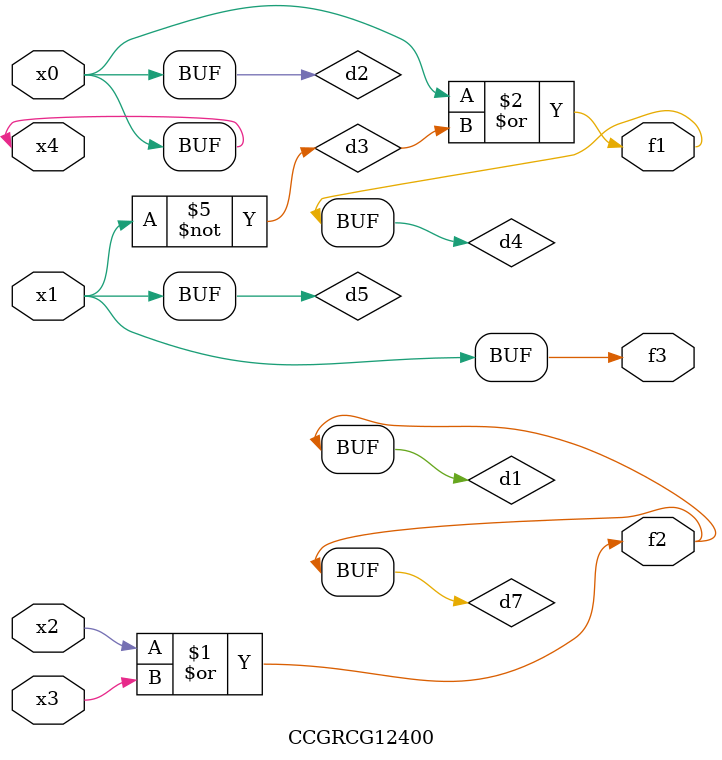
<source format=v>
module CCGRCG12400(
	input x0, x1, x2, x3, x4,
	output f1, f2, f3
);

	wire d1, d2, d3, d4, d5, d6, d7;

	or (d1, x2, x3);
	buf (d2, x0, x4);
	not (d3, x1);
	or (d4, d2, d3);
	not (d5, d3);
	nand (d6, d1, d3);
	or (d7, d1);
	assign f1 = d4;
	assign f2 = d7;
	assign f3 = d5;
endmodule

</source>
